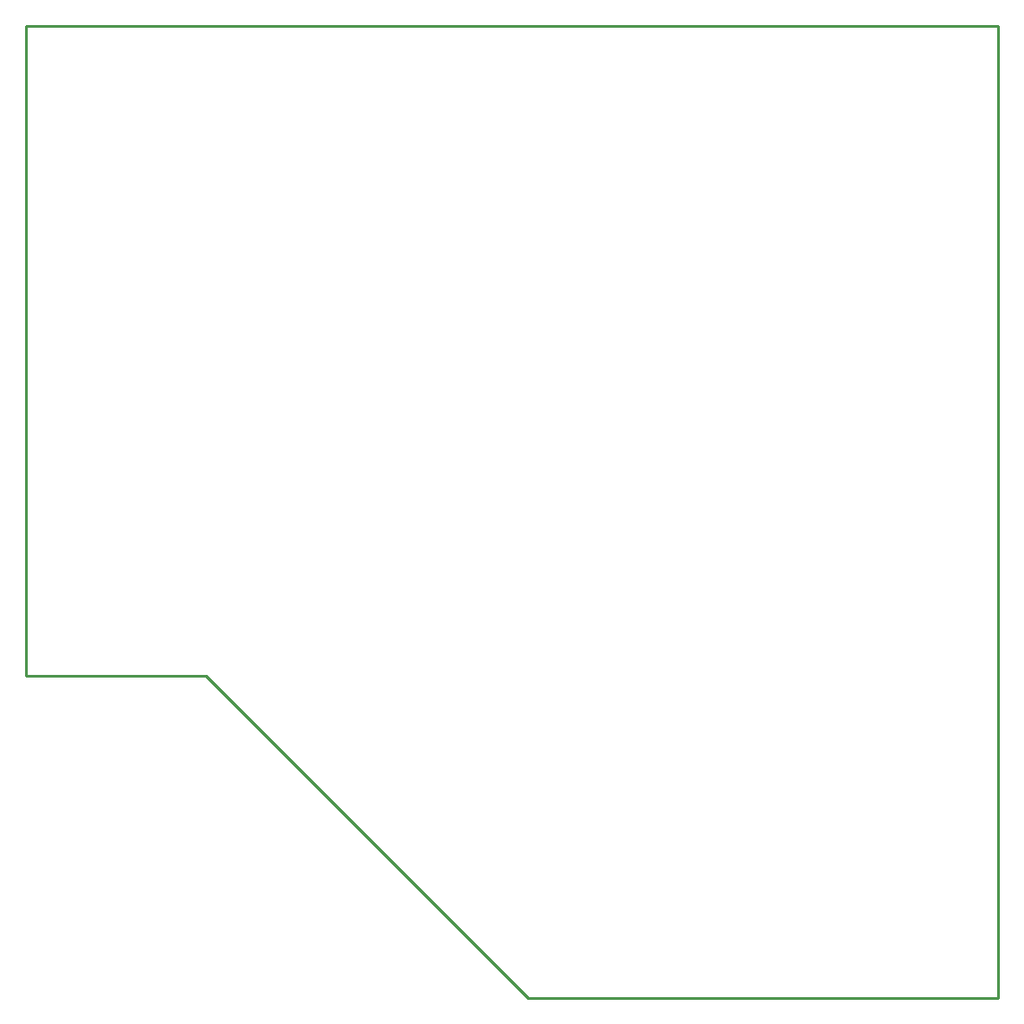
<source format=gm1>
G04*
G04 #@! TF.GenerationSoftware,Altium Limited,Altium Designer,19.1.8 (144)*
G04*
G04 Layer_Color=16711935*
%FSLAX24Y24*%
%MOIN*%
G70*
G01*
G75*
%ADD11C,0.0100*%
D11*
X0Y36220D02*
X36220D01*
X-0Y12008D02*
X0Y36220D01*
X36220Y0D02*
X36220Y36220D01*
X-0Y12008D02*
X6705Y12008D01*
X18713Y-0D02*
X36220Y0D01*
X6705Y12008D02*
X18713Y-0D01*
X0Y36220D02*
X36220D01*
X-0Y12008D02*
X0Y36220D01*
X36220Y0D02*
X36220Y36220D01*
X-0Y12008D02*
X6705Y12008D01*
X18713Y-0D02*
X36220Y0D01*
X6705Y12008D02*
X18713Y-0D01*
M02*

</source>
